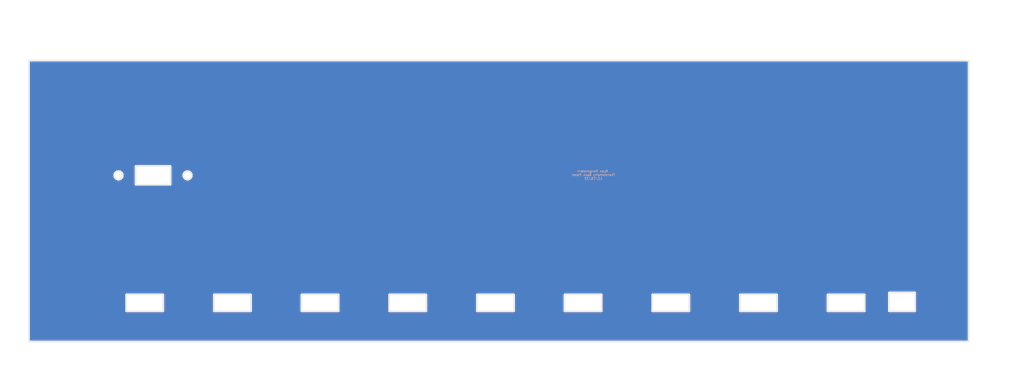
<source format=kicad_pcb>
(kicad_pcb (version 20211014) (generator pcbnew)
  (layers (0 "F.Cu" signal) (31 "B.Cu" signal) (34 "B.Paste" user) (35 "F.Paste" user) (36 "B.SilkS" user "B.Silkscreen") (37 "F.SilkS" user "F.Silkscreen") (38 "B.Mask" user) (39 "F.Mask" user) (44 "Edge.Cuts" user))
  (net 0 "")
  (gr_line (start 58.39 -20.45) (end 42.39 -20.45) (layer "Edge.Cuts") (width 0.25))
  (gr_line (start 172.69 -13.3) (end 172.69 -20.45) (layer "Edge.Cuts") (width 0.25))
  (gr_line (start 210.79 -13.3) (end 210.79 -20.45) (layer "Edge.Cuts") (width 0.25))
  (gr_line (start 363.19 -13.3) (end 363.19 -20.45) (layer "Edge.Cuts") (width 0.25))
  (gr_line (start 46.5 -76.3) (end 46.5 -68.3) (layer "Edge.Cuts") (width 0.25))
  (gr_line (start 156.69 -13.3) (end 172.69 -13.3) (layer "Edge.Cuts") (width 0.25))
  (gr_line (start 363.19 -20.45) (end 347.19 -20.45) (layer "Edge.Cuts") (width 0.25))
  (gr_line (start 325.09 -20.45) (end 309.09 -20.45) (layer "Edge.Cuts") (width 0.25))
  (gr_line (start 194.79 -20.45) (end 194.79 -13.3) (layer "Edge.Cuts") (width 0.25))
  (gr_line (start 118.59 -20.45) (end 118.59 -13.3) (layer "Edge.Cuts") (width 0.25))
  (gr_line (start 42.39 -20.45) (end 42.39 -13.3) (layer "Edge.Cuts") (width 0.25))
  (gr_line (start 42.39 -13.3) (end 58.39 -13.3) (layer "Edge.Cuts") (width 0.25))
  (gr_line (start 270.99 -13.3) (end 286.99 -13.3) (layer "Edge.Cuts") (width 0.25))
  (gr_line (start 61.5 -68.3) (end 61.5 -76.3) (layer "Edge.Cuts") (width 0.25))
  (gr_line (start 134.59 -20.45) (end 118.59 -20.45) (layer "Edge.Cuts") (width 0.25))
  (gr_line (start 347.19 -13.3) (end 363.19 -13.3) (layer "Edge.Cuts") (width 0.25))
  (gr_line (start 96.49 -20.45) (end 80.49 -20.45) (layer "Edge.Cuts") (width 0.25))
  (gr_line (start 385.125 -13.3) (end 385.125 -21.3) (layer "Edge.Cuts") (width 0.25))
  (gr_line (start 408.5 0) (end 408.5 -122.3) (layer "Edge.Cuts") (width 0.25))
  (gr_line (start 58.39 -13.3) (end 58.39 -20.45) (layer "Edge.Cuts") (width 0.25))
  (gr_line (start 248.89 -13.3) (end 248.89 -20.45) (layer "Edge.Cuts") (width 0.25))
  (gr_line (start 232.89 -20.45) (end 232.89 -13.3) (layer "Edge.Cuts") (width 0.25))
  (gr_line (start 172.69 -20.45) (end 156.69 -20.45) (layer "Edge.Cuts") (width 0.25))
  (gr_line (start 80.49 -13.3) (end 96.49 -13.3) (layer "Edge.Cuts") (width 0.25))
  (gr_line (start 118.59 -13.3) (end 134.59 -13.3) (layer "Edge.Cuts") (width 0.25))
  (gr_line (start 385.125 -21.3) (end 373.875 -21.3) (layer "Edge.Cuts") (width 0.25))
  (gr_circle (center 69 -72.3) (end 70.75 -72.3) (layer "Edge.Cuts") (width 0.25) (fill none))
  (gr_line (start 194.79 -13.3) (end 210.79 -13.3) (layer "Edge.Cuts") (width 0.25))
  (gr_line (start 309.09 -13.3) (end 325.09 -13.3) (layer "Edge.Cuts") (width 0.25))
  (gr_line (start 286.99 -13.3) (end 286.99 -20.45) (layer "Edge.Cuts") (width 0.25))
  (gr_circle (center 39 -72.3) (end 40.75 -72.3) (layer "Edge.Cuts") (width 0.25) (fill none))
  (gr_line (start 134.59 -13.3) (end 134.59 -20.45) (layer "Edge.Cuts") (width 0.25))
  (gr_line (start 347.19 -20.45) (end 347.19 -13.3) (layer "Edge.Cuts") (width 0.25))
  (gr_line (start 0 -122.3) (end 0 0) (layer "Edge.Cuts") (width 0.25))
  (gr_line (start 80.49 -20.45) (end 80.49 -13.3) (layer "Edge.Cuts") (width 0.25))
  (gr_line (start 270.99 -20.45) (end 270.99 -13.3) (layer "Edge.Cuts") (width 0.25))
  (gr_line (start 325.09 -13.3) (end 325.09 -20.45) (layer "Edge.Cuts") (width 0.25))
  (gr_line (start 0 0) (end 408.5 0) (layer "Edge.Cuts") (width 0.25))
  (gr_line (start 286.99 -20.45) (end 270.99 -20.45) (layer "Edge.Cuts") (width 0.25))
  (gr_line (start 61.5 -76.3) (end 46.5 -76.3) (layer "Edge.Cuts") (width 0.25))
  (gr_line (start 309.09 -20.45) (end 309.09 -13.3) (layer "Edge.Cuts") (width 0.25))
  (gr_line (start 248.89 -20.45) (end 232.89 -20.45) (layer "Edge.Cuts") (width 0.25))
  (gr_line (start 373.875 -13.3) (end 385.125 -13.3) (layer "Edge.Cuts") (width 0.25))
  (gr_line (start 232.89 -13.3) (end 248.89 -13.3) (layer "Edge.Cuts") (width 0.25))
  (gr_line (start 210.79 -20.45) (end 194.79 -20.45) (layer "Edge.Cuts") (width 0.25))
  (gr_line (start 46.5 -68.3) (end 61.5 -68.3) (layer "Edge.Cuts") (width 0.25))
  (gr_line (start 156.69 -20.45) (end 156.69 -13.3) (layer "Edge.Cuts") (width 0.25))
  (gr_line (start 96.49 -13.3) (end 96.49 -20.45) (layer "Edge.Cuts") (width 0.25))
  (gr_line (start 408.5 -122.3) (end 0 -122.3) (layer "Edge.Cuts") (width 0.25))
  (gr_line (start 373.875 -21.3) (end 373.875 -13.3) (layer "Edge.Cuts") (width 0.25))
  (gr_text "Ryan Morgenstern\nThermometry Back Panel \n12/19/22 " (at 245 -72.5) (layer "B.SilkS") (effects (font (size 1 1)) (justify mirror)))
  (zone (net 0) (net_name "") (layers F&B.Cu) (connect_pads (clearance 0.508)) (min_thickness 0.254) (fill yes (thermal_gap 0.508) (thermal_bridge_width 0.508))
    (polygon (pts (xy 432.485368 -143.261091) (xy 427 10) (xy -12 10.5) (xy -12.5 -148.5)))
  )
)
</source>
